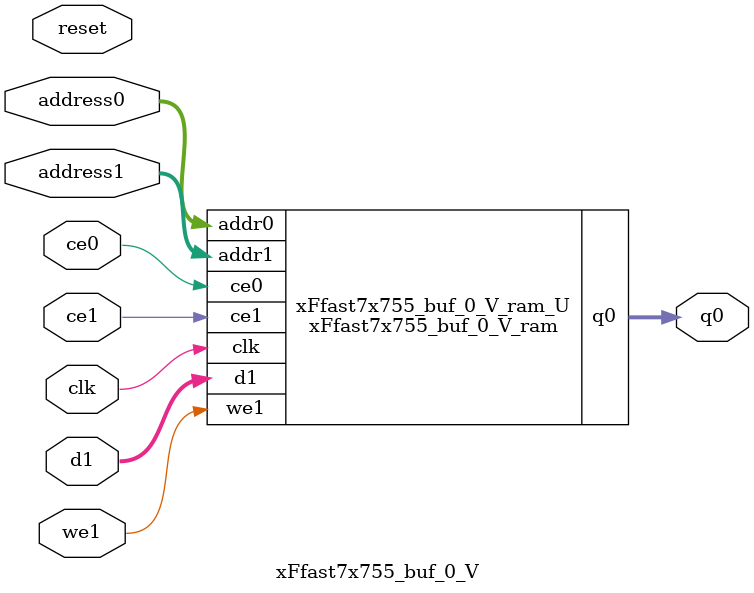
<source format=v>

`timescale 1 ns / 1 ps
module xFfast7x755_buf_0_V_ram (addr0, ce0, q0, addr1, ce1, d1, we1,  clk);

parameter DWIDTH = 8;
parameter AWIDTH = 11;
parameter MEM_SIZE = 1920;

input[AWIDTH-1:0] addr0;
input ce0;
output reg[DWIDTH-1:0] q0;
input[AWIDTH-1:0] addr1;
input ce1;
input[DWIDTH-1:0] d1;
input we1;
input clk;

(* ram_style = "block" *)reg [DWIDTH-1:0] ram[0:MEM_SIZE-1];




always @(posedge clk)  
begin 
    if (ce0) 
    begin
            q0 <= ram[addr0];
    end
end


always @(posedge clk)  
begin 
    if (ce1) 
    begin
        if (we1) 
        begin 
            ram[addr1] <= d1; 
        end 
    end
end


endmodule


`timescale 1 ns / 1 ps
module xFfast7x755_buf_0_V(
    reset,
    clk,
    address0,
    ce0,
    q0,
    address1,
    ce1,
    we1,
    d1);

parameter DataWidth = 32'd8;
parameter AddressRange = 32'd1920;
parameter AddressWidth = 32'd11;
input reset;
input clk;
input[AddressWidth - 1:0] address0;
input ce0;
output[DataWidth - 1:0] q0;
input[AddressWidth - 1:0] address1;
input ce1;
input we1;
input[DataWidth - 1:0] d1;



xFfast7x755_buf_0_V_ram xFfast7x755_buf_0_V_ram_U(
    .clk( clk ),
    .addr0( address0 ),
    .ce0( ce0 ),
    .q0( q0 ),
    .addr1( address1 ),
    .ce1( ce1 ),
    .we1( we1 ),
    .d1( d1 ));

endmodule


</source>
